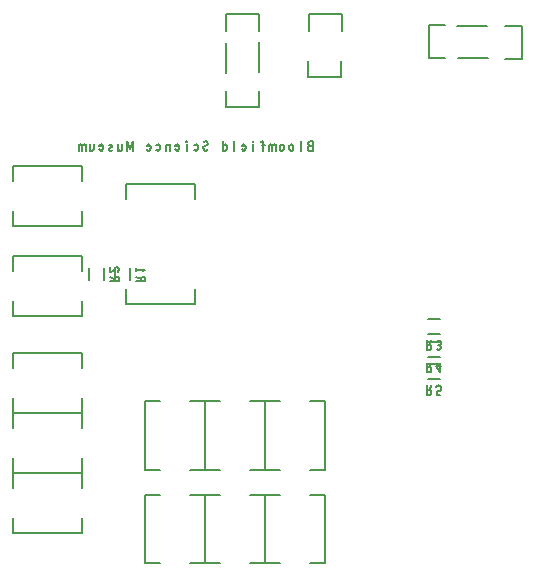
<source format=gbo>
G04 ================== begin FILE IDENTIFICATION RECORD ==================*
G04 Layout Name:  bicycle.brd*
G04 Film Name:    SILK_BOT*
G04 File Format:  Gerber RS274X*
G04 File Origin:  Cadence Allegro 16.6-2015-S061*
G04 Origin Date:  Thu Aug 31 21:23:53 2017*
G04 *
G04 Layer:  REF DES/SILKSCREEN_BOTTOM*
G04 Layer:  PACKAGE GEOMETRY/SILKSCREEN_BOTTOM*
G04 Layer:  BOARD GEOMETRY/SILKSCREEN_BOTTOM*
G04 *
G04 Offset:    (0.000 0.000)*
G04 Mirror:    No*
G04 Mode:      Positive*
G04 Rotation:  0*
G04 FullContactRelief:  No*
G04 UndefLineWidth:     8.000*
G04 ================== end FILE IDENTIFICATION RECORD ====================*
%FSLAX25Y25*MOIN*%
%IR0*IPPOS*OFA0.00000B0.00000*MIA0B0*SFA1.00000B1.00000*%
%ADD10C,.005*%
%ADD11C,.006102*%
%ADD12C,.008*%
G75*
%LPD*%
G75*
G54D10*
G01X-68514Y-75000D02*
Y-80000D01*
X-91348D01*
Y-75000D01*
G01Y-65000D02*
Y-60000D01*
X-68514D01*
Y-65000D01*
G01Y-55000D02*
Y-60000D01*
X-91348D01*
Y-55000D01*
G01Y-45000D02*
Y-40000D01*
X-68514D01*
Y-45000D01*
G01Y-35000D02*
Y-40000D01*
X-91348D01*
Y-35000D01*
G01Y-25000D02*
Y-20000D01*
X-68514D01*
Y-25000D01*
G01Y-2500D02*
Y-7500D01*
X-91348D01*
Y-2500D01*
G01Y7500D02*
Y12500D01*
X-68514D01*
Y7500D01*
G01Y27500D02*
Y22500D01*
X-91348D01*
Y27500D01*
G01Y37500D02*
Y42500D01*
X-68514D01*
Y37500D01*
G01X-66250Y4250D02*
Y8250D01*
G01X-57500Y4250D02*
Y8250D01*
G01X-61250Y4250D02*
Y8250D01*
G01X-31014Y1250D02*
Y-3750D01*
X-53848D01*
Y1250D01*
G01X-52500Y4250D02*
Y8250D01*
G01X-53848Y31250D02*
Y36250D01*
X-31014D01*
Y31250D01*
G01X-42500Y-90098D02*
X-47500D01*
Y-67264D01*
X-42500D01*
G01Y-58848D02*
X-47500D01*
Y-36014D01*
X-42500D01*
G01X-32500Y-67264D02*
X-27500D01*
Y-90098D01*
X-32500D01*
G01X-22500D02*
X-27500D01*
Y-67264D01*
X-22500D01*
G01X-32500Y-36014D02*
X-27500D01*
Y-58848D01*
X-32500D01*
G01X-22500D02*
X-27500D01*
Y-36014D01*
X-22500D01*
G01X-9600Y67450D02*
Y61950D01*
X-20600D01*
Y67450D01*
G01X-20500Y73300D02*
Y83300D01*
G01Y87500D02*
Y93000D01*
X-9500D01*
G01X-12500Y-67264D02*
X-7500D01*
Y-90098D01*
X-12500D01*
G01Y-36014D02*
X-7500D01*
Y-58848D01*
X-12500D01*
G01X-2500Y-90098D02*
X-7500D01*
Y-67264D01*
X-2500D01*
G01Y-58848D02*
X-7500D01*
Y-36014D01*
X-2500D01*
G01X-9600Y83600D02*
Y73600D01*
G01X-9500Y93000D02*
Y87500D01*
G01X7500Y-67264D02*
X12500D01*
Y-90098D01*
X7500D01*
G01Y-36014D02*
X12500D01*
Y-58848D01*
X7500D01*
G01X17900Y77450D02*
Y71950D01*
X6900D01*
Y77450D01*
G01X7000Y87500D02*
Y93000D01*
X18000D01*
G01D02*
Y87500D01*
G01X46750Y-28750D02*
X50750D01*
G01X46750Y-21250D02*
X50750D01*
G01X46750Y-23750D02*
X50750D01*
G01X46750Y-13750D02*
X50750D01*
G01X46750Y-16250D02*
X50750D01*
G01X46750Y-8750D02*
X50750D01*
G01X52500Y78250D02*
X47000D01*
Y89250D01*
G01D02*
X52500D01*
G01X66700Y78250D02*
X56700D01*
G01X56400Y89150D02*
X66400D01*
G01X72550D02*
X78050D01*
Y78150D01*
X72550D01*
G54D11*
G01X7254Y49180D02*
X7096Y49337D01*
X6978Y49600D01*
X6900Y49967D01*
X6978Y50282D01*
X7136Y50492D01*
X7411Y50650D01*
X8474D01*
Y47500D01*
X7175D01*
X6900Y47710D01*
X6742Y48025D01*
X6663Y48392D01*
X6742Y48760D01*
X6978Y49075D01*
X7254Y49180D01*
X8474D01*
G01X4400Y47500D02*
Y50650D01*
G01X1230Y47500D02*
X1466Y47552D01*
X1703Y47762D01*
X1860Y48130D01*
X1939Y48550D01*
X1860Y48970D01*
X1703Y49337D01*
X1466Y49547D01*
X1230Y49600D01*
X994Y49547D01*
X758Y49337D01*
X600Y48970D01*
X561Y48550D01*
X600Y48130D01*
X758Y47762D01*
X994Y47552D01*
X1230Y47500D01*
G01X-1939D02*
X-1703Y47552D01*
X-1467Y47762D01*
X-1309Y48130D01*
X-1230Y48550D01*
X-1309Y48970D01*
X-1467Y49337D01*
X-1703Y49547D01*
X-1939Y49600D01*
X-2175Y49547D01*
X-2411Y49337D01*
X-2569Y48970D01*
X-2608Y48550D01*
X-2569Y48130D01*
X-2411Y47762D01*
X-2175Y47552D01*
X-1939Y47500D01*
G01X-3927D02*
Y49600D01*
G01Y49022D02*
X-4045Y49285D01*
X-4242Y49495D01*
X-4518Y49600D01*
X-4793Y49495D01*
X-4990Y49285D01*
X-5108Y49022D01*
Y47500D01*
G01Y49022D02*
X-5226Y49285D01*
X-5423Y49495D01*
X-5699Y49600D01*
X-5974Y49495D01*
X-6171Y49285D01*
X-6289Y48970D01*
Y47500D01*
G01X-8041D02*
Y50177D01*
X-8120Y50440D01*
X-8278Y50597D01*
X-8514Y50650D01*
X-8750Y50545D01*
X-8868Y50282D01*
G01X-8396Y49390D02*
X-7608D01*
G01X-11447Y49600D02*
Y47500D01*
G01Y50440D02*
X-11368Y50492D01*
Y50597D01*
X-11447Y50650D01*
X-11526Y50597D01*
Y50492D01*
X-11447Y50440D01*
G01X-14026Y48917D02*
X-15285D01*
X-15167Y49285D01*
X-14971Y49495D01*
X-14695Y49600D01*
X-14419Y49547D01*
X-14183Y49390D01*
X-14026Y49022D01*
X-13947Y48707D01*
Y48392D01*
X-14026Y48077D01*
X-14222Y47762D01*
X-14459Y47552D01*
X-14734Y47500D01*
X-15010Y47605D01*
X-15285Y47920D01*
G01X-17786Y47500D02*
Y50650D01*
G01X-21664D02*
Y47500D01*
G01Y47972D02*
X-21506Y47710D01*
X-21270Y47552D01*
X-20994Y47500D01*
X-20679Y47605D01*
X-20443Y47867D01*
X-20286Y48182D01*
X-20246Y48550D01*
X-20286Y48917D01*
X-20443Y49232D01*
X-20679Y49495D01*
X-20994Y49600D01*
X-21270Y49547D01*
X-21467Y49442D01*
X-21664Y49232D01*
G01X-26467Y47920D02*
X-26782Y47657D01*
X-27136Y47500D01*
X-27451D01*
X-27766Y47657D01*
X-28002Y47920D01*
X-28120Y48287D01*
X-28042Y48655D01*
X-27845Y48970D01*
X-27490Y49180D01*
X-27018Y49285D01*
X-26742Y49495D01*
X-26624Y49862D01*
X-26703Y50230D01*
X-26900Y50492D01*
X-27175Y50650D01*
X-27451D01*
X-27726Y50545D01*
X-27963Y50282D01*
G01X-31093Y49337D02*
X-30817Y49547D01*
X-30581Y49600D01*
X-30266Y49495D01*
X-30030Y49285D01*
X-29872Y48917D01*
X-29833Y48550D01*
X-29872Y48182D01*
X-30030Y47867D01*
X-30266Y47605D01*
X-30581Y47500D01*
X-30856Y47605D01*
X-31093Y47815D01*
G01X-33632Y49600D02*
Y47500D01*
G01Y50440D02*
X-33553Y50492D01*
Y50597D01*
X-33632Y50650D01*
X-33711Y50597D01*
Y50492D01*
X-33632Y50440D01*
G01X-36211Y48917D02*
X-37471D01*
X-37352Y49285D01*
X-37156Y49495D01*
X-36880Y49600D01*
X-36604Y49547D01*
X-36368Y49390D01*
X-36211Y49022D01*
X-36132Y48707D01*
Y48392D01*
X-36211Y48077D01*
X-36408Y47762D01*
X-36644Y47552D01*
X-36919Y47500D01*
X-37195Y47605D01*
X-37471Y47920D01*
G01X-39301Y47500D02*
Y49600D01*
G01Y49075D02*
X-39459Y49337D01*
X-39695Y49547D01*
X-40010Y49600D01*
X-40286Y49547D01*
X-40522Y49337D01*
X-40640Y48970D01*
Y47500D01*
G01X-43770Y49337D02*
X-43494Y49547D01*
X-43258Y49600D01*
X-42943Y49495D01*
X-42707Y49285D01*
X-42549Y48917D01*
X-42510Y48550D01*
X-42549Y48182D01*
X-42707Y47867D01*
X-42943Y47605D01*
X-43258Y47500D01*
X-43534Y47605D01*
X-43770Y47815D01*
G01X-45719Y48917D02*
X-46978D01*
X-46860Y49285D01*
X-46664Y49495D01*
X-46388Y49600D01*
X-46112Y49547D01*
X-45876Y49390D01*
X-45719Y49022D01*
X-45640Y48707D01*
Y48392D01*
X-45719Y48077D01*
X-45916Y47762D01*
X-46152Y47552D01*
X-46427Y47500D01*
X-46703Y47605D01*
X-46978Y47920D01*
G01X-51624Y47500D02*
Y50650D01*
X-52648Y48025D01*
X-53672Y50650D01*
Y47500D01*
G01X-55148Y49600D02*
Y48130D01*
X-55305Y47762D01*
X-55542Y47552D01*
X-55817Y47500D01*
X-56093Y47552D01*
X-56329Y47762D01*
X-56486Y48130D01*
G01Y47500D02*
Y49600D01*
G01X-58396Y47867D02*
X-58593Y47657D01*
X-58868Y47500D01*
X-59104D01*
X-59341Y47605D01*
X-59498Y47762D01*
X-59577Y47972D01*
X-59538Y48287D01*
X-59380Y48445D01*
X-58671Y48760D01*
X-58514Y49127D01*
X-58593Y49390D01*
X-58750Y49547D01*
X-58986Y49600D01*
X-59223Y49547D01*
X-59459Y49390D01*
G01X-61565Y48917D02*
X-62825D01*
X-62707Y49285D01*
X-62510Y49495D01*
X-62235Y49600D01*
X-61959Y49547D01*
X-61723Y49390D01*
X-61565Y49022D01*
X-61486Y48707D01*
Y48392D01*
X-61565Y48077D01*
X-61762Y47762D01*
X-61998Y47552D01*
X-62274Y47500D01*
X-62549Y47605D01*
X-62825Y47920D01*
G01X-64656Y49600D02*
Y48130D01*
X-64813Y47762D01*
X-65049Y47552D01*
X-65325Y47500D01*
X-65601Y47552D01*
X-65837Y47762D01*
X-65994Y48130D01*
G01Y47500D02*
Y49600D01*
G01X-67313Y47500D02*
Y49600D01*
G01Y49022D02*
X-67431Y49285D01*
X-67628Y49495D01*
X-67904Y49600D01*
X-68179Y49495D01*
X-68376Y49285D01*
X-68494Y49022D01*
Y47500D01*
G01Y49022D02*
X-68612Y49285D01*
X-68809Y49495D01*
X-69085Y49600D01*
X-69360Y49495D01*
X-69557Y49285D01*
X-69675Y48970D01*
Y47500D01*
G54D12*
G01X-59250Y3933D02*
X-56150D01*
Y4892D01*
X-56305Y5198D01*
X-56512Y5390D01*
X-56925Y5467D01*
X-57338Y5390D01*
X-57597Y5160D01*
X-57752Y4892D01*
Y3933D01*
G01Y4892D02*
X-59250Y5467D01*
G01X-56667Y7072D02*
X-56357Y7302D01*
X-56202Y7570D01*
X-56150Y7877D01*
X-56253Y8260D01*
X-56512Y8528D01*
X-56822Y8605D01*
X-57132Y8567D01*
X-57390Y8413D01*
X-57907Y7647D01*
X-58268Y7302D01*
X-58785Y7072D01*
X-59250Y6995D01*
Y8605D01*
G01X-50500Y3933D02*
X-47400D01*
Y4892D01*
X-47555Y5198D01*
X-47762Y5390D01*
X-48175Y5467D01*
X-48588Y5390D01*
X-48847Y5160D01*
X-49002Y4892D01*
Y3933D01*
G01Y4892D02*
X-50500Y5467D01*
G01Y7800D02*
X-47400D01*
X-48020Y7340D01*
G01X-50500D02*
Y8260D01*
G01X46433Y-23250D02*
Y-26350D01*
X47392D01*
X47698Y-26195D01*
X47890Y-25988D01*
X47967Y-25575D01*
X47890Y-25162D01*
X47660Y-24903D01*
X47392Y-24748D01*
X46433D01*
G01X47392D02*
X47967Y-23250D01*
G01X50760D02*
Y-26350D01*
X49342Y-24128D01*
X51258D01*
G01X46433Y-30750D02*
Y-33850D01*
X47392D01*
X47698Y-33695D01*
X47890Y-33488D01*
X47967Y-33075D01*
X47890Y-32662D01*
X47660Y-32403D01*
X47392Y-32248D01*
X46433D01*
G01X47392D02*
X47967Y-30750D01*
G01X49457Y-31215D02*
X49687Y-30957D01*
X49955Y-30802D01*
X50300Y-30750D01*
X50645Y-30853D01*
X50913Y-31060D01*
X51105Y-31422D01*
X51143Y-31835D01*
X51067Y-32248D01*
X50875Y-32507D01*
X50607Y-32713D01*
X50338Y-32765D01*
X50070Y-32713D01*
X49725Y-32507D01*
X49840Y-33850D01*
X50875D01*
G01X46433Y-15750D02*
Y-18850D01*
X47392D01*
X47698Y-18695D01*
X47890Y-18488D01*
X47967Y-18075D01*
X47890Y-17662D01*
X47660Y-17403D01*
X47392Y-17248D01*
X46433D01*
G01X47392D02*
X47967Y-15750D01*
G01X49457Y-16370D02*
X49687Y-16008D01*
X49993Y-15802D01*
X50338Y-15750D01*
X50645Y-15802D01*
X50952Y-16060D01*
X51143Y-16370D01*
X51182Y-16680D01*
X51105Y-17042D01*
X50837Y-17300D01*
X50568Y-17403D01*
X50223D01*
G01X50568D02*
X50798Y-17558D01*
X50990Y-17817D01*
X51067Y-18127D01*
X50990Y-18437D01*
X50798Y-18695D01*
X50453Y-18850D01*
X50108Y-18798D01*
X49763Y-18592D01*
M02*

</source>
